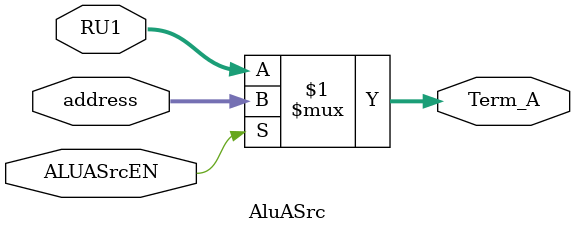
<source format=sv>
module AluASrc(
	input [31:0] address,
	input [31:0] RU1,
	input ALUASrcEN,
	output wire [31:0] Term_A
);

assign Term_A = (ALUASrcEN) ? address : RU1;

endmodule
</source>
